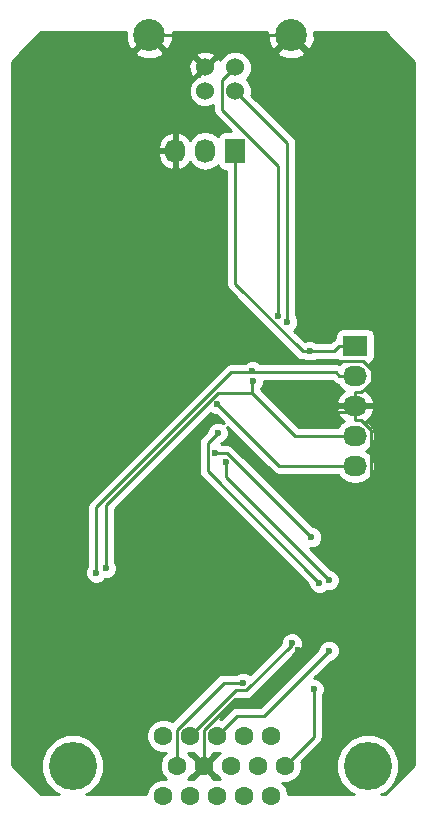
<source format=gbr>
G04 #@! TF.FileFunction,Copper,L2,Bot,Signal*
%FSLAX46Y46*%
G04 Gerber Fmt 4.6, Leading zero omitted, Abs format (unit mm)*
G04 Created by KiCad (PCBNEW 4.0.2+dfsg1-stable) date Tue 28 Nov 2017 04:32:15 PM CST*
%MOMM*%
G01*
G04 APERTURE LIST*
%ADD10C,0.100000*%
%ADD11C,4.064000*%
%ADD12C,1.600200*%
%ADD13R,1.727200X2.032000*%
%ADD14O,1.727200X2.032000*%
%ADD15C,1.524000*%
%ADD16C,2.700020*%
%ADD17R,2.032000X1.727200*%
%ADD18O,2.032000X1.727200*%
%ADD19C,0.600000*%
%ADD20C,0.250000*%
%ADD21C,0.254000*%
G04 APERTURE END LIST*
D10*
D11*
X149659340Y-109220000D03*
X124660660Y-109220000D03*
D12*
X132330000Y-111760000D03*
X133475000Y-109220000D03*
X134620000Y-111760000D03*
X136910000Y-111760000D03*
X139200000Y-111760000D03*
X141490000Y-111760000D03*
X135765000Y-109220000D03*
X138055000Y-109220000D03*
X140345000Y-109220000D03*
X142635000Y-109220000D03*
X132330000Y-106680000D03*
X134620000Y-106680000D03*
X136910000Y-106680000D03*
X139200000Y-106680000D03*
X141490000Y-106680000D03*
D13*
X138430000Y-57150000D03*
D14*
X135890000Y-57150000D03*
X133350000Y-57150000D03*
D15*
X138430000Y-52070000D03*
X135890000Y-52070000D03*
X135890000Y-50071020D03*
X138430000Y-50071020D03*
D16*
X143159480Y-47371000D03*
X131160520Y-47371000D03*
D17*
X148590000Y-73660000D03*
D18*
X148590000Y-76200000D03*
X148590000Y-78740000D03*
X148590000Y-81280000D03*
X148590000Y-83820000D03*
D19*
X146854400Y-96951300D03*
X143774200Y-99447600D03*
X140430000Y-74180600D03*
X144780000Y-80032000D03*
X144780000Y-74119800D03*
X139107600Y-102167600D03*
X145074600Y-102705400D03*
X143229200Y-98855800D03*
X146375100Y-99461200D03*
X142847400Y-71647800D03*
X142053500Y-71151500D03*
X139883900Y-75815000D03*
X126674900Y-92851900D03*
X139913500Y-76672500D03*
X127498300Y-92485000D03*
X136934300Y-78603300D03*
X144879000Y-89854500D03*
X136755300Y-82722600D03*
X145559500Y-93699400D03*
X136963300Y-81016500D03*
X146375100Y-93493000D03*
X137630100Y-83490400D03*
D20*
X149938700Y-93867000D02*
X146854400Y-96951300D01*
X149938700Y-80757500D02*
X149938700Y-93867000D01*
X149110100Y-79928900D02*
X149938700Y-80757500D01*
X148590000Y-79928900D02*
X149110100Y-79928900D01*
X144358100Y-99447600D02*
X143774200Y-99447600D01*
X146854400Y-96951300D02*
X144358100Y-99447600D01*
X139677300Y-103544500D02*
X143774200Y-99447600D01*
X138431700Y-103544500D02*
X139677300Y-103544500D01*
X135765000Y-106211200D02*
X138431700Y-103544500D01*
X135765000Y-109220000D02*
X135765000Y-106211200D01*
X133190000Y-47371000D02*
X135890000Y-50071000D01*
X131160500Y-47371000D02*
X133190000Y-47371000D01*
X138590000Y-47371000D02*
X135890000Y-50071000D01*
X143159500Y-47371000D02*
X138590000Y-47371000D01*
X141211100Y-74961700D02*
X140430000Y-74180600D01*
X149252800Y-74961700D02*
X141211100Y-74961700D01*
X149983700Y-75692600D02*
X149252800Y-74961700D01*
X149983700Y-76677500D02*
X149983700Y-75692600D01*
X149110100Y-77551100D02*
X149983700Y-76677500D01*
X148590000Y-77551100D02*
X149110100Y-77551100D01*
X148590000Y-78740000D02*
X148590000Y-77551100D01*
X133350000Y-67100600D02*
X140430000Y-74180600D01*
X133350000Y-57150000D02*
X133350000Y-67100600D01*
X148590000Y-78740000D02*
X148590000Y-79252300D01*
X148590000Y-79252300D02*
X148590000Y-79928900D01*
X145559700Y-79252300D02*
X144780000Y-80032000D01*
X148590000Y-79252300D02*
X145559700Y-79252300D01*
X148590000Y-73660000D02*
X147248700Y-73660000D01*
X146788900Y-74119800D02*
X144780000Y-74119800D01*
X147248700Y-73660000D02*
X146788900Y-74119800D01*
X138430000Y-68412300D02*
X138430000Y-57150000D01*
X144137500Y-74119800D02*
X138430000Y-68412300D01*
X144780000Y-74119800D02*
X144137500Y-74119800D01*
X137449100Y-102167600D02*
X139107600Y-102167600D01*
X133475000Y-106141700D02*
X137449100Y-102167600D01*
X133475000Y-109220000D02*
X133475000Y-106141700D01*
X145074600Y-106780400D02*
X145074600Y-102705400D01*
X142635000Y-109220000D02*
X145074600Y-106780400D01*
X143229200Y-98945300D02*
X143229200Y-98855800D01*
X139353200Y-102821300D02*
X143229200Y-98945300D01*
X138478700Y-102821300D02*
X139353200Y-102821300D01*
X134620000Y-106680000D02*
X138478700Y-102821300D01*
X140865600Y-104970700D02*
X146375100Y-99461200D01*
X138619300Y-104970700D02*
X140865600Y-104970700D01*
X136910000Y-106680000D02*
X138619300Y-104970700D01*
X142847400Y-56487400D02*
X142847400Y-71647800D01*
X138430000Y-52070000D02*
X142847400Y-56487400D01*
X137342600Y-51158400D02*
X138430000Y-50071000D01*
X137342600Y-53682400D02*
X137342600Y-51158400D01*
X142053500Y-58393300D02*
X137342600Y-53682400D01*
X142053500Y-71151500D02*
X142053500Y-58393300D01*
X148590000Y-76200000D02*
X147248700Y-76200000D01*
X139883900Y-75892000D02*
X139883900Y-75815000D01*
X138094800Y-75892000D02*
X139883900Y-75892000D01*
X126674900Y-87311900D02*
X138094800Y-75892000D01*
X126674900Y-92851900D02*
X126674900Y-87311900D01*
X146940700Y-75892000D02*
X147248700Y-76200000D01*
X139883900Y-75892000D02*
X146940700Y-75892000D01*
X143521500Y-81280000D02*
X148590000Y-81280000D01*
X139896300Y-77654800D02*
X143521500Y-81280000D01*
X139896300Y-76689700D02*
X139913500Y-76672500D01*
X139896300Y-77654800D02*
X139896300Y-76689700D01*
X136998500Y-77654800D02*
X139896300Y-77654800D01*
X127498300Y-87155000D02*
X136998500Y-77654800D01*
X127498300Y-92485000D02*
X127498300Y-87155000D01*
X142151000Y-83820000D02*
X136934300Y-78603300D01*
X148590000Y-83820000D02*
X142151000Y-83820000D01*
X137747100Y-82722600D02*
X144879000Y-89854500D01*
X136755300Y-82722600D02*
X137747100Y-82722600D01*
X136092200Y-84232100D02*
X145559500Y-93699400D01*
X136092200Y-81887600D02*
X136092200Y-84232100D01*
X136963300Y-81016500D02*
X136092200Y-81887600D01*
X137630100Y-84748000D02*
X137630100Y-83490400D01*
X146375100Y-93493000D02*
X137630100Y-84748000D01*
D21*
G36*
X129185346Y-47812420D02*
X129451730Y-48455528D01*
X129754919Y-48596996D01*
X130980915Y-47371000D01*
X130966773Y-47356858D01*
X131146378Y-47177253D01*
X131160520Y-47191395D01*
X131174663Y-47177253D01*
X131354268Y-47356858D01*
X131340125Y-47371000D01*
X132566121Y-48596996D01*
X132869310Y-48455528D01*
X133154267Y-47719048D01*
X133140103Y-47117000D01*
X141167946Y-47117000D01*
X141184306Y-47812420D01*
X141450690Y-48455528D01*
X141753879Y-48596996D01*
X142979875Y-47371000D01*
X142965733Y-47356858D01*
X143145338Y-47177253D01*
X143159480Y-47191395D01*
X143173623Y-47177253D01*
X143353228Y-47356858D01*
X143339085Y-47371000D01*
X144565081Y-48596996D01*
X144868270Y-48455528D01*
X145153227Y-47719048D01*
X145139063Y-47117000D01*
X151077394Y-47117000D01*
X153543000Y-49582606D01*
X153543000Y-109167394D01*
X151077394Y-111633000D01*
X150803357Y-111633000D01*
X151168101Y-111482291D01*
X151918995Y-110732707D01*
X152325876Y-109752827D01*
X152326802Y-108691828D01*
X151921631Y-107711239D01*
X151172047Y-106960345D01*
X150192167Y-106553464D01*
X149131168Y-106552538D01*
X148150579Y-106957709D01*
X147399685Y-107707293D01*
X146992804Y-108687173D01*
X146991878Y-109748172D01*
X147397049Y-110728761D01*
X148146633Y-111479655D01*
X148515929Y-111633000D01*
X142925211Y-111633000D01*
X142925348Y-111475793D01*
X142707328Y-110948143D01*
X142414604Y-110654908D01*
X142919207Y-110655348D01*
X143446857Y-110437328D01*
X143850909Y-110033980D01*
X144069850Y-109506711D01*
X144070348Y-108935793D01*
X144048028Y-108881774D01*
X145612001Y-107317801D01*
X145776748Y-107071240D01*
X145798806Y-106960345D01*
X145834600Y-106780400D01*
X145834600Y-103267863D01*
X145866792Y-103235727D01*
X146009438Y-102892199D01*
X146009762Y-102520233D01*
X145867717Y-102176457D01*
X145604927Y-101913208D01*
X145261399Y-101770562D01*
X145140645Y-101770457D01*
X146514780Y-100396322D01*
X146560267Y-100396362D01*
X146904043Y-100254317D01*
X147167292Y-99991527D01*
X147309938Y-99647999D01*
X147310262Y-99276033D01*
X147168217Y-98932257D01*
X146905427Y-98669008D01*
X146561899Y-98526362D01*
X146189933Y-98526038D01*
X145846157Y-98668083D01*
X145582908Y-98930873D01*
X145440262Y-99274401D01*
X145440221Y-99321277D01*
X140550798Y-104210700D01*
X138619300Y-104210700D01*
X138328460Y-104268552D01*
X138081899Y-104433299D01*
X137248531Y-105266667D01*
X137196711Y-105245150D01*
X137129710Y-105245092D01*
X138793502Y-103581300D01*
X139353200Y-103581300D01*
X139644039Y-103523448D01*
X139890601Y-103358701D01*
X143489303Y-99759999D01*
X143758143Y-99648917D01*
X144021392Y-99386127D01*
X144164038Y-99042599D01*
X144164362Y-98670633D01*
X144022317Y-98326857D01*
X143759527Y-98063608D01*
X143415999Y-97920962D01*
X143044033Y-97920638D01*
X142700257Y-98062683D01*
X142437008Y-98325473D01*
X142294362Y-98669001D01*
X142294243Y-98805455D01*
X139681071Y-101418627D01*
X139637927Y-101375408D01*
X139294399Y-101232762D01*
X138922433Y-101232438D01*
X138578657Y-101374483D01*
X138545482Y-101407600D01*
X137449100Y-101407600D01*
X137158261Y-101465452D01*
X136911699Y-101630199D01*
X133097222Y-105444676D01*
X132616711Y-105245150D01*
X132045793Y-105244652D01*
X131518143Y-105462672D01*
X131114091Y-105866020D01*
X130895150Y-106393289D01*
X130894652Y-106964207D01*
X131112672Y-107491857D01*
X131516020Y-107895909D01*
X132043289Y-108114850D01*
X132550326Y-108115292D01*
X132259091Y-108406020D01*
X132040150Y-108933289D01*
X132039652Y-109504207D01*
X132257672Y-110031857D01*
X132550396Y-110325092D01*
X132045793Y-110324652D01*
X131518143Y-110542672D01*
X131114091Y-110946020D01*
X130895150Y-111473289D01*
X130895011Y-111633000D01*
X125804677Y-111633000D01*
X126169421Y-111482291D01*
X126920315Y-110732707D01*
X127327196Y-109752827D01*
X127328122Y-108691828D01*
X126922951Y-107711239D01*
X126173367Y-106960345D01*
X125193487Y-106553464D01*
X124132488Y-106552538D01*
X123151899Y-106957709D01*
X122401005Y-107707293D01*
X121994124Y-108687173D01*
X121993198Y-109748172D01*
X122398369Y-110728761D01*
X123147953Y-111479655D01*
X123517249Y-111633000D01*
X121972606Y-111633000D01*
X119507000Y-109167394D01*
X119507000Y-93037067D01*
X125739738Y-93037067D01*
X125881783Y-93380843D01*
X126144573Y-93644092D01*
X126488101Y-93786738D01*
X126860067Y-93787062D01*
X127203843Y-93645017D01*
X127429313Y-93419941D01*
X127683467Y-93420162D01*
X128027243Y-93278117D01*
X128290492Y-93015327D01*
X128433138Y-92671799D01*
X128433462Y-92299833D01*
X128291417Y-91956057D01*
X128258300Y-91922882D01*
X128258300Y-87469802D01*
X136368323Y-79359779D01*
X136403973Y-79395492D01*
X136747501Y-79538138D01*
X136794377Y-79538179D01*
X137471189Y-80214991D01*
X137150099Y-80081662D01*
X136778133Y-80081338D01*
X136434357Y-80223383D01*
X136171108Y-80486173D01*
X136028462Y-80829701D01*
X136028421Y-80876577D01*
X135554799Y-81350199D01*
X135390052Y-81596761D01*
X135332200Y-81887600D01*
X135332200Y-84232100D01*
X135390052Y-84522939D01*
X135554799Y-84769501D01*
X144624378Y-93839080D01*
X144624338Y-93884567D01*
X144766383Y-94228343D01*
X145029173Y-94491592D01*
X145372701Y-94634238D01*
X145744667Y-94634562D01*
X146088443Y-94492517D01*
X146163536Y-94417555D01*
X146188301Y-94427838D01*
X146560267Y-94428162D01*
X146904043Y-94286117D01*
X147167292Y-94023327D01*
X147309938Y-93679799D01*
X147310262Y-93307833D01*
X147168217Y-92964057D01*
X146905427Y-92700808D01*
X146561899Y-92558162D01*
X146515023Y-92558121D01*
X144746287Y-90789385D01*
X145064167Y-90789662D01*
X145407943Y-90647617D01*
X145671192Y-90384827D01*
X145813838Y-90041299D01*
X145814162Y-89669333D01*
X145672117Y-89325557D01*
X145409327Y-89062308D01*
X145065799Y-88919662D01*
X145018923Y-88919621D01*
X138284501Y-82185199D01*
X138037939Y-82020452D01*
X137747100Y-81962600D01*
X137317763Y-81962600D01*
X137285627Y-81930408D01*
X137242872Y-81912655D01*
X137492243Y-81809617D01*
X137755492Y-81546827D01*
X137898138Y-81203299D01*
X137898462Y-80831333D01*
X137765333Y-80509135D01*
X141613599Y-84357401D01*
X141860161Y-84522148D01*
X142151000Y-84580000D01*
X147145352Y-84580000D01*
X147345585Y-84879670D01*
X147831766Y-85204526D01*
X148405255Y-85318600D01*
X148774745Y-85318600D01*
X149348234Y-85204526D01*
X149834415Y-84879670D01*
X150159271Y-84393489D01*
X150273345Y-83820000D01*
X150159271Y-83246511D01*
X149834415Y-82760330D01*
X149519634Y-82550000D01*
X149834415Y-82339670D01*
X150159271Y-81853489D01*
X150273345Y-81280000D01*
X150159271Y-80706511D01*
X149834415Y-80220330D01*
X149524931Y-80013539D01*
X149940732Y-79642036D01*
X150194709Y-79114791D01*
X150197358Y-79099026D01*
X150076217Y-78867000D01*
X148717000Y-78867000D01*
X148717000Y-78887000D01*
X148463000Y-78887000D01*
X148463000Y-78867000D01*
X147103783Y-78867000D01*
X146982642Y-79099026D01*
X146985291Y-79114791D01*
X147239268Y-79642036D01*
X147655069Y-80013539D01*
X147345585Y-80220330D01*
X147145352Y-80520000D01*
X143836302Y-80520000D01*
X140656300Y-77339998D01*
X140656300Y-77252133D01*
X140705692Y-77202827D01*
X140848338Y-76859299D01*
X140848519Y-76652000D01*
X146625898Y-76652000D01*
X146711299Y-76737401D01*
X146957861Y-76902148D01*
X147129510Y-76936291D01*
X147345585Y-77259670D01*
X147655069Y-77466461D01*
X147239268Y-77837964D01*
X146985291Y-78365209D01*
X146982642Y-78380974D01*
X147103783Y-78613000D01*
X148463000Y-78613000D01*
X148463000Y-78593000D01*
X148717000Y-78593000D01*
X148717000Y-78613000D01*
X150076217Y-78613000D01*
X150197358Y-78380974D01*
X150194709Y-78365209D01*
X149940732Y-77837964D01*
X149524931Y-77466461D01*
X149834415Y-77259670D01*
X150159271Y-76773489D01*
X150273345Y-76200000D01*
X150159271Y-75626511D01*
X149834415Y-75140330D01*
X149820087Y-75130757D01*
X149841317Y-75126762D01*
X150057441Y-74987690D01*
X150202431Y-74775490D01*
X150253440Y-74523600D01*
X150253440Y-72796400D01*
X150209162Y-72561083D01*
X150070090Y-72344959D01*
X149857890Y-72199969D01*
X149606000Y-72148960D01*
X147574000Y-72148960D01*
X147338683Y-72193238D01*
X147122559Y-72332310D01*
X146977569Y-72544510D01*
X146926560Y-72796400D01*
X146926560Y-72978766D01*
X146711299Y-73122599D01*
X146474098Y-73359800D01*
X145342463Y-73359800D01*
X145310327Y-73327608D01*
X144966799Y-73184962D01*
X144594833Y-73184638D01*
X144370028Y-73277526D01*
X143454950Y-72362448D01*
X143639592Y-72178127D01*
X143782238Y-71834599D01*
X143782562Y-71462633D01*
X143640517Y-71118857D01*
X143607400Y-71085682D01*
X143607400Y-56487400D01*
X143549548Y-56196561D01*
X143384801Y-55949999D01*
X139814183Y-52379381D01*
X139826757Y-52349100D01*
X139827242Y-51793339D01*
X139615010Y-51279697D01*
X139406168Y-51070490D01*
X139613629Y-50863390D01*
X139826757Y-50350120D01*
X139827242Y-49794359D01*
X139615010Y-49280717D01*
X139222370Y-48887391D01*
X138955558Y-48776601D01*
X141933484Y-48776601D01*
X142074952Y-49079790D01*
X142811432Y-49364747D01*
X143600900Y-49346174D01*
X144244008Y-49079790D01*
X144385476Y-48776601D01*
X143159480Y-47550605D01*
X141933484Y-48776601D01*
X138955558Y-48776601D01*
X138709100Y-48674263D01*
X138153339Y-48673778D01*
X137639697Y-48886010D01*
X137246371Y-49278650D01*
X137166605Y-49470747D01*
X137112397Y-49339877D01*
X136870213Y-49270412D01*
X136069605Y-50071020D01*
X136083748Y-50085163D01*
X135904143Y-50264768D01*
X135890000Y-50250625D01*
X135365436Y-50775189D01*
X135099697Y-50884990D01*
X134706371Y-51277630D01*
X134493243Y-51790900D01*
X134492758Y-52346661D01*
X134704990Y-52860303D01*
X135097630Y-53253629D01*
X135610900Y-53466757D01*
X136166661Y-53467242D01*
X136582600Y-53295380D01*
X136582600Y-53682400D01*
X136640452Y-53973239D01*
X136805199Y-54219801D01*
X138071958Y-55486560D01*
X137566400Y-55486560D01*
X137331083Y-55530838D01*
X137114959Y-55669910D01*
X136969969Y-55882110D01*
X136961600Y-55923439D01*
X136949670Y-55905585D01*
X136463489Y-55580729D01*
X135890000Y-55466655D01*
X135316511Y-55580729D01*
X134830330Y-55905585D01*
X134623539Y-56215069D01*
X134252036Y-55799268D01*
X133724791Y-55545291D01*
X133709026Y-55542642D01*
X133477000Y-55663783D01*
X133477000Y-57023000D01*
X133497000Y-57023000D01*
X133497000Y-57277000D01*
X133477000Y-57277000D01*
X133477000Y-58636217D01*
X133709026Y-58757358D01*
X133724791Y-58754709D01*
X134252036Y-58500732D01*
X134623539Y-58084931D01*
X134830330Y-58394415D01*
X135316511Y-58719271D01*
X135890000Y-58833345D01*
X136463489Y-58719271D01*
X136949670Y-58394415D01*
X136959243Y-58380087D01*
X136963238Y-58401317D01*
X137102310Y-58617441D01*
X137314510Y-58762431D01*
X137566400Y-58813440D01*
X137670000Y-58813440D01*
X137670000Y-68412300D01*
X137727852Y-68703139D01*
X137892599Y-68949701D01*
X143600099Y-74657201D01*
X143846661Y-74821948D01*
X144137500Y-74879800D01*
X144217537Y-74879800D01*
X144249673Y-74911992D01*
X144593201Y-75054638D01*
X144965167Y-75054962D01*
X145308943Y-74912917D01*
X145342118Y-74879800D01*
X146788900Y-74879800D01*
X147019152Y-74834000D01*
X147109910Y-74975041D01*
X147322110Y-75120031D01*
X147363439Y-75128400D01*
X147345585Y-75140330D01*
X147287508Y-75227249D01*
X147231539Y-75189852D01*
X146940700Y-75132000D01*
X140523229Y-75132000D01*
X140414227Y-75022808D01*
X140070699Y-74880162D01*
X139698733Y-74879838D01*
X139354957Y-75021883D01*
X139244648Y-75132000D01*
X138094800Y-75132000D01*
X137852214Y-75180254D01*
X137803960Y-75189852D01*
X137557399Y-75354599D01*
X126137499Y-86774499D01*
X125972752Y-87021061D01*
X125914900Y-87311900D01*
X125914900Y-92289437D01*
X125882708Y-92321573D01*
X125740062Y-92665101D01*
X125739738Y-93037067D01*
X119507000Y-93037067D01*
X119507000Y-57511913D01*
X131864816Y-57511913D01*
X132058046Y-58064320D01*
X132447964Y-58500732D01*
X132975209Y-58754709D01*
X132990974Y-58757358D01*
X133223000Y-58636217D01*
X133223000Y-57277000D01*
X132009076Y-57277000D01*
X131864816Y-57511913D01*
X119507000Y-57511913D01*
X119507000Y-56788087D01*
X131864816Y-56788087D01*
X132009076Y-57023000D01*
X133223000Y-57023000D01*
X133223000Y-55663783D01*
X132990974Y-55542642D01*
X132975209Y-55545291D01*
X132447964Y-55799268D01*
X132058046Y-56235680D01*
X131864816Y-56788087D01*
X119507000Y-56788087D01*
X119507000Y-49863322D01*
X134480856Y-49863322D01*
X134508638Y-50418388D01*
X134667603Y-50802163D01*
X134909787Y-50871628D01*
X135710395Y-50071020D01*
X134909787Y-49270412D01*
X134667603Y-49339877D01*
X134480856Y-49863322D01*
X119507000Y-49863322D01*
X119507000Y-49582606D01*
X120313005Y-48776601D01*
X129934524Y-48776601D01*
X130075992Y-49079790D01*
X130812472Y-49364747D01*
X131601940Y-49346174D01*
X132218450Y-49090807D01*
X135089392Y-49090807D01*
X135890000Y-49891415D01*
X136690608Y-49090807D01*
X136621143Y-48848623D01*
X136097698Y-48661876D01*
X135542632Y-48689658D01*
X135158857Y-48848623D01*
X135089392Y-49090807D01*
X132218450Y-49090807D01*
X132245048Y-49079790D01*
X132386516Y-48776601D01*
X131160520Y-47550605D01*
X129934524Y-48776601D01*
X120313005Y-48776601D01*
X121972606Y-47117000D01*
X129168986Y-47117000D01*
X129185346Y-47812420D01*
X129185346Y-47812420D01*
G37*
X129185346Y-47812420D02*
X129451730Y-48455528D01*
X129754919Y-48596996D01*
X130980915Y-47371000D01*
X130966773Y-47356858D01*
X131146378Y-47177253D01*
X131160520Y-47191395D01*
X131174663Y-47177253D01*
X131354268Y-47356858D01*
X131340125Y-47371000D01*
X132566121Y-48596996D01*
X132869310Y-48455528D01*
X133154267Y-47719048D01*
X133140103Y-47117000D01*
X141167946Y-47117000D01*
X141184306Y-47812420D01*
X141450690Y-48455528D01*
X141753879Y-48596996D01*
X142979875Y-47371000D01*
X142965733Y-47356858D01*
X143145338Y-47177253D01*
X143159480Y-47191395D01*
X143173623Y-47177253D01*
X143353228Y-47356858D01*
X143339085Y-47371000D01*
X144565081Y-48596996D01*
X144868270Y-48455528D01*
X145153227Y-47719048D01*
X145139063Y-47117000D01*
X151077394Y-47117000D01*
X153543000Y-49582606D01*
X153543000Y-109167394D01*
X151077394Y-111633000D01*
X150803357Y-111633000D01*
X151168101Y-111482291D01*
X151918995Y-110732707D01*
X152325876Y-109752827D01*
X152326802Y-108691828D01*
X151921631Y-107711239D01*
X151172047Y-106960345D01*
X150192167Y-106553464D01*
X149131168Y-106552538D01*
X148150579Y-106957709D01*
X147399685Y-107707293D01*
X146992804Y-108687173D01*
X146991878Y-109748172D01*
X147397049Y-110728761D01*
X148146633Y-111479655D01*
X148515929Y-111633000D01*
X142925211Y-111633000D01*
X142925348Y-111475793D01*
X142707328Y-110948143D01*
X142414604Y-110654908D01*
X142919207Y-110655348D01*
X143446857Y-110437328D01*
X143850909Y-110033980D01*
X144069850Y-109506711D01*
X144070348Y-108935793D01*
X144048028Y-108881774D01*
X145612001Y-107317801D01*
X145776748Y-107071240D01*
X145798806Y-106960345D01*
X145834600Y-106780400D01*
X145834600Y-103267863D01*
X145866792Y-103235727D01*
X146009438Y-102892199D01*
X146009762Y-102520233D01*
X145867717Y-102176457D01*
X145604927Y-101913208D01*
X145261399Y-101770562D01*
X145140645Y-101770457D01*
X146514780Y-100396322D01*
X146560267Y-100396362D01*
X146904043Y-100254317D01*
X147167292Y-99991527D01*
X147309938Y-99647999D01*
X147310262Y-99276033D01*
X147168217Y-98932257D01*
X146905427Y-98669008D01*
X146561899Y-98526362D01*
X146189933Y-98526038D01*
X145846157Y-98668083D01*
X145582908Y-98930873D01*
X145440262Y-99274401D01*
X145440221Y-99321277D01*
X140550798Y-104210700D01*
X138619300Y-104210700D01*
X138328460Y-104268552D01*
X138081899Y-104433299D01*
X137248531Y-105266667D01*
X137196711Y-105245150D01*
X137129710Y-105245092D01*
X138793502Y-103581300D01*
X139353200Y-103581300D01*
X139644039Y-103523448D01*
X139890601Y-103358701D01*
X143489303Y-99759999D01*
X143758143Y-99648917D01*
X144021392Y-99386127D01*
X144164038Y-99042599D01*
X144164362Y-98670633D01*
X144022317Y-98326857D01*
X143759527Y-98063608D01*
X143415999Y-97920962D01*
X143044033Y-97920638D01*
X142700257Y-98062683D01*
X142437008Y-98325473D01*
X142294362Y-98669001D01*
X142294243Y-98805455D01*
X139681071Y-101418627D01*
X139637927Y-101375408D01*
X139294399Y-101232762D01*
X138922433Y-101232438D01*
X138578657Y-101374483D01*
X138545482Y-101407600D01*
X137449100Y-101407600D01*
X137158261Y-101465452D01*
X136911699Y-101630199D01*
X133097222Y-105444676D01*
X132616711Y-105245150D01*
X132045793Y-105244652D01*
X131518143Y-105462672D01*
X131114091Y-105866020D01*
X130895150Y-106393289D01*
X130894652Y-106964207D01*
X131112672Y-107491857D01*
X131516020Y-107895909D01*
X132043289Y-108114850D01*
X132550326Y-108115292D01*
X132259091Y-108406020D01*
X132040150Y-108933289D01*
X132039652Y-109504207D01*
X132257672Y-110031857D01*
X132550396Y-110325092D01*
X132045793Y-110324652D01*
X131518143Y-110542672D01*
X131114091Y-110946020D01*
X130895150Y-111473289D01*
X130895011Y-111633000D01*
X125804677Y-111633000D01*
X126169421Y-111482291D01*
X126920315Y-110732707D01*
X127327196Y-109752827D01*
X127328122Y-108691828D01*
X126922951Y-107711239D01*
X126173367Y-106960345D01*
X125193487Y-106553464D01*
X124132488Y-106552538D01*
X123151899Y-106957709D01*
X122401005Y-107707293D01*
X121994124Y-108687173D01*
X121993198Y-109748172D01*
X122398369Y-110728761D01*
X123147953Y-111479655D01*
X123517249Y-111633000D01*
X121972606Y-111633000D01*
X119507000Y-109167394D01*
X119507000Y-93037067D01*
X125739738Y-93037067D01*
X125881783Y-93380843D01*
X126144573Y-93644092D01*
X126488101Y-93786738D01*
X126860067Y-93787062D01*
X127203843Y-93645017D01*
X127429313Y-93419941D01*
X127683467Y-93420162D01*
X128027243Y-93278117D01*
X128290492Y-93015327D01*
X128433138Y-92671799D01*
X128433462Y-92299833D01*
X128291417Y-91956057D01*
X128258300Y-91922882D01*
X128258300Y-87469802D01*
X136368323Y-79359779D01*
X136403973Y-79395492D01*
X136747501Y-79538138D01*
X136794377Y-79538179D01*
X137471189Y-80214991D01*
X137150099Y-80081662D01*
X136778133Y-80081338D01*
X136434357Y-80223383D01*
X136171108Y-80486173D01*
X136028462Y-80829701D01*
X136028421Y-80876577D01*
X135554799Y-81350199D01*
X135390052Y-81596761D01*
X135332200Y-81887600D01*
X135332200Y-84232100D01*
X135390052Y-84522939D01*
X135554799Y-84769501D01*
X144624378Y-93839080D01*
X144624338Y-93884567D01*
X144766383Y-94228343D01*
X145029173Y-94491592D01*
X145372701Y-94634238D01*
X145744667Y-94634562D01*
X146088443Y-94492517D01*
X146163536Y-94417555D01*
X146188301Y-94427838D01*
X146560267Y-94428162D01*
X146904043Y-94286117D01*
X147167292Y-94023327D01*
X147309938Y-93679799D01*
X147310262Y-93307833D01*
X147168217Y-92964057D01*
X146905427Y-92700808D01*
X146561899Y-92558162D01*
X146515023Y-92558121D01*
X144746287Y-90789385D01*
X145064167Y-90789662D01*
X145407943Y-90647617D01*
X145671192Y-90384827D01*
X145813838Y-90041299D01*
X145814162Y-89669333D01*
X145672117Y-89325557D01*
X145409327Y-89062308D01*
X145065799Y-88919662D01*
X145018923Y-88919621D01*
X138284501Y-82185199D01*
X138037939Y-82020452D01*
X137747100Y-81962600D01*
X137317763Y-81962600D01*
X137285627Y-81930408D01*
X137242872Y-81912655D01*
X137492243Y-81809617D01*
X137755492Y-81546827D01*
X137898138Y-81203299D01*
X137898462Y-80831333D01*
X137765333Y-80509135D01*
X141613599Y-84357401D01*
X141860161Y-84522148D01*
X142151000Y-84580000D01*
X147145352Y-84580000D01*
X147345585Y-84879670D01*
X147831766Y-85204526D01*
X148405255Y-85318600D01*
X148774745Y-85318600D01*
X149348234Y-85204526D01*
X149834415Y-84879670D01*
X150159271Y-84393489D01*
X150273345Y-83820000D01*
X150159271Y-83246511D01*
X149834415Y-82760330D01*
X149519634Y-82550000D01*
X149834415Y-82339670D01*
X150159271Y-81853489D01*
X150273345Y-81280000D01*
X150159271Y-80706511D01*
X149834415Y-80220330D01*
X149524931Y-80013539D01*
X149940732Y-79642036D01*
X150194709Y-79114791D01*
X150197358Y-79099026D01*
X150076217Y-78867000D01*
X148717000Y-78867000D01*
X148717000Y-78887000D01*
X148463000Y-78887000D01*
X148463000Y-78867000D01*
X147103783Y-78867000D01*
X146982642Y-79099026D01*
X146985291Y-79114791D01*
X147239268Y-79642036D01*
X147655069Y-80013539D01*
X147345585Y-80220330D01*
X147145352Y-80520000D01*
X143836302Y-80520000D01*
X140656300Y-77339998D01*
X140656300Y-77252133D01*
X140705692Y-77202827D01*
X140848338Y-76859299D01*
X140848519Y-76652000D01*
X146625898Y-76652000D01*
X146711299Y-76737401D01*
X146957861Y-76902148D01*
X147129510Y-76936291D01*
X147345585Y-77259670D01*
X147655069Y-77466461D01*
X147239268Y-77837964D01*
X146985291Y-78365209D01*
X146982642Y-78380974D01*
X147103783Y-78613000D01*
X148463000Y-78613000D01*
X148463000Y-78593000D01*
X148717000Y-78593000D01*
X148717000Y-78613000D01*
X150076217Y-78613000D01*
X150197358Y-78380974D01*
X150194709Y-78365209D01*
X149940732Y-77837964D01*
X149524931Y-77466461D01*
X149834415Y-77259670D01*
X150159271Y-76773489D01*
X150273345Y-76200000D01*
X150159271Y-75626511D01*
X149834415Y-75140330D01*
X149820087Y-75130757D01*
X149841317Y-75126762D01*
X150057441Y-74987690D01*
X150202431Y-74775490D01*
X150253440Y-74523600D01*
X150253440Y-72796400D01*
X150209162Y-72561083D01*
X150070090Y-72344959D01*
X149857890Y-72199969D01*
X149606000Y-72148960D01*
X147574000Y-72148960D01*
X147338683Y-72193238D01*
X147122559Y-72332310D01*
X146977569Y-72544510D01*
X146926560Y-72796400D01*
X146926560Y-72978766D01*
X146711299Y-73122599D01*
X146474098Y-73359800D01*
X145342463Y-73359800D01*
X145310327Y-73327608D01*
X144966799Y-73184962D01*
X144594833Y-73184638D01*
X144370028Y-73277526D01*
X143454950Y-72362448D01*
X143639592Y-72178127D01*
X143782238Y-71834599D01*
X143782562Y-71462633D01*
X143640517Y-71118857D01*
X143607400Y-71085682D01*
X143607400Y-56487400D01*
X143549548Y-56196561D01*
X143384801Y-55949999D01*
X139814183Y-52379381D01*
X139826757Y-52349100D01*
X139827242Y-51793339D01*
X139615010Y-51279697D01*
X139406168Y-51070490D01*
X139613629Y-50863390D01*
X139826757Y-50350120D01*
X139827242Y-49794359D01*
X139615010Y-49280717D01*
X139222370Y-48887391D01*
X138955558Y-48776601D01*
X141933484Y-48776601D01*
X142074952Y-49079790D01*
X142811432Y-49364747D01*
X143600900Y-49346174D01*
X144244008Y-49079790D01*
X144385476Y-48776601D01*
X143159480Y-47550605D01*
X141933484Y-48776601D01*
X138955558Y-48776601D01*
X138709100Y-48674263D01*
X138153339Y-48673778D01*
X137639697Y-48886010D01*
X137246371Y-49278650D01*
X137166605Y-49470747D01*
X137112397Y-49339877D01*
X136870213Y-49270412D01*
X136069605Y-50071020D01*
X136083748Y-50085163D01*
X135904143Y-50264768D01*
X135890000Y-50250625D01*
X135365436Y-50775189D01*
X135099697Y-50884990D01*
X134706371Y-51277630D01*
X134493243Y-51790900D01*
X134492758Y-52346661D01*
X134704990Y-52860303D01*
X135097630Y-53253629D01*
X135610900Y-53466757D01*
X136166661Y-53467242D01*
X136582600Y-53295380D01*
X136582600Y-53682400D01*
X136640452Y-53973239D01*
X136805199Y-54219801D01*
X138071958Y-55486560D01*
X137566400Y-55486560D01*
X137331083Y-55530838D01*
X137114959Y-55669910D01*
X136969969Y-55882110D01*
X136961600Y-55923439D01*
X136949670Y-55905585D01*
X136463489Y-55580729D01*
X135890000Y-55466655D01*
X135316511Y-55580729D01*
X134830330Y-55905585D01*
X134623539Y-56215069D01*
X134252036Y-55799268D01*
X133724791Y-55545291D01*
X133709026Y-55542642D01*
X133477000Y-55663783D01*
X133477000Y-57023000D01*
X133497000Y-57023000D01*
X133497000Y-57277000D01*
X133477000Y-57277000D01*
X133477000Y-58636217D01*
X133709026Y-58757358D01*
X133724791Y-58754709D01*
X134252036Y-58500732D01*
X134623539Y-58084931D01*
X134830330Y-58394415D01*
X135316511Y-58719271D01*
X135890000Y-58833345D01*
X136463489Y-58719271D01*
X136949670Y-58394415D01*
X136959243Y-58380087D01*
X136963238Y-58401317D01*
X137102310Y-58617441D01*
X137314510Y-58762431D01*
X137566400Y-58813440D01*
X137670000Y-58813440D01*
X137670000Y-68412300D01*
X137727852Y-68703139D01*
X137892599Y-68949701D01*
X143600099Y-74657201D01*
X143846661Y-74821948D01*
X144137500Y-74879800D01*
X144217537Y-74879800D01*
X144249673Y-74911992D01*
X144593201Y-75054638D01*
X144965167Y-75054962D01*
X145308943Y-74912917D01*
X145342118Y-74879800D01*
X146788900Y-74879800D01*
X147019152Y-74834000D01*
X147109910Y-74975041D01*
X147322110Y-75120031D01*
X147363439Y-75128400D01*
X147345585Y-75140330D01*
X147287508Y-75227249D01*
X147231539Y-75189852D01*
X146940700Y-75132000D01*
X140523229Y-75132000D01*
X140414227Y-75022808D01*
X140070699Y-74880162D01*
X139698733Y-74879838D01*
X139354957Y-75021883D01*
X139244648Y-75132000D01*
X138094800Y-75132000D01*
X137852214Y-75180254D01*
X137803960Y-75189852D01*
X137557399Y-75354599D01*
X126137499Y-86774499D01*
X125972752Y-87021061D01*
X125914900Y-87311900D01*
X125914900Y-92289437D01*
X125882708Y-92321573D01*
X125740062Y-92665101D01*
X125739738Y-93037067D01*
X119507000Y-93037067D01*
X119507000Y-57511913D01*
X131864816Y-57511913D01*
X132058046Y-58064320D01*
X132447964Y-58500732D01*
X132975209Y-58754709D01*
X132990974Y-58757358D01*
X133223000Y-58636217D01*
X133223000Y-57277000D01*
X132009076Y-57277000D01*
X131864816Y-57511913D01*
X119507000Y-57511913D01*
X119507000Y-56788087D01*
X131864816Y-56788087D01*
X132009076Y-57023000D01*
X133223000Y-57023000D01*
X133223000Y-55663783D01*
X132990974Y-55542642D01*
X132975209Y-55545291D01*
X132447964Y-55799268D01*
X132058046Y-56235680D01*
X131864816Y-56788087D01*
X119507000Y-56788087D01*
X119507000Y-49863322D01*
X134480856Y-49863322D01*
X134508638Y-50418388D01*
X134667603Y-50802163D01*
X134909787Y-50871628D01*
X135710395Y-50071020D01*
X134909787Y-49270412D01*
X134667603Y-49339877D01*
X134480856Y-49863322D01*
X119507000Y-49863322D01*
X119507000Y-49582606D01*
X120313005Y-48776601D01*
X129934524Y-48776601D01*
X130075992Y-49079790D01*
X130812472Y-49364747D01*
X131601940Y-49346174D01*
X132218450Y-49090807D01*
X135089392Y-49090807D01*
X135890000Y-49891415D01*
X136690608Y-49090807D01*
X136621143Y-48848623D01*
X136097698Y-48661876D01*
X135542632Y-48689658D01*
X135158857Y-48848623D01*
X135089392Y-49090807D01*
X132218450Y-49090807D01*
X132245048Y-49079790D01*
X132386516Y-48776601D01*
X131160520Y-47550605D01*
X129934524Y-48776601D01*
X120313005Y-48776601D01*
X121972606Y-47117000D01*
X129168986Y-47117000D01*
X129185346Y-47812420D01*
G36*
X134936788Y-108212183D02*
X135765000Y-109040395D01*
X136593212Y-108212183D01*
X136555398Y-108086659D01*
X136623289Y-108114850D01*
X137130326Y-108115292D01*
X136839091Y-108406020D01*
X136836975Y-108411116D01*
X136772817Y-108391788D01*
X135944605Y-109220000D01*
X136772817Y-110048212D01*
X136836503Y-110029027D01*
X136837672Y-110031857D01*
X137130396Y-110325092D01*
X136625793Y-110324652D01*
X136555261Y-110353795D01*
X136593212Y-110227817D01*
X135765000Y-109399605D01*
X134936788Y-110227817D01*
X134974602Y-110353341D01*
X134906711Y-110325150D01*
X134399674Y-110324708D01*
X134690909Y-110033980D01*
X134693025Y-110028884D01*
X134757183Y-110048212D01*
X135585395Y-109220000D01*
X134757183Y-108391788D01*
X134693497Y-108410973D01*
X134692328Y-108408143D01*
X134399604Y-108114908D01*
X134904207Y-108115348D01*
X134974739Y-108086205D01*
X134936788Y-108212183D01*
X134936788Y-108212183D01*
G37*
X134936788Y-108212183D02*
X135765000Y-109040395D01*
X136593212Y-108212183D01*
X136555398Y-108086659D01*
X136623289Y-108114850D01*
X137130326Y-108115292D01*
X136839091Y-108406020D01*
X136836975Y-108411116D01*
X136772817Y-108391788D01*
X135944605Y-109220000D01*
X136772817Y-110048212D01*
X136836503Y-110029027D01*
X136837672Y-110031857D01*
X137130396Y-110325092D01*
X136625793Y-110324652D01*
X136555261Y-110353795D01*
X136593212Y-110227817D01*
X135765000Y-109399605D01*
X134936788Y-110227817D01*
X134974602Y-110353341D01*
X134906711Y-110325150D01*
X134399674Y-110324708D01*
X134690909Y-110033980D01*
X134693025Y-110028884D01*
X134757183Y-110048212D01*
X135585395Y-109220000D01*
X134757183Y-108391788D01*
X134693497Y-108410973D01*
X134692328Y-108408143D01*
X134399604Y-108114908D01*
X134904207Y-108115348D01*
X134974739Y-108086205D01*
X134936788Y-108212183D01*
M02*

</source>
